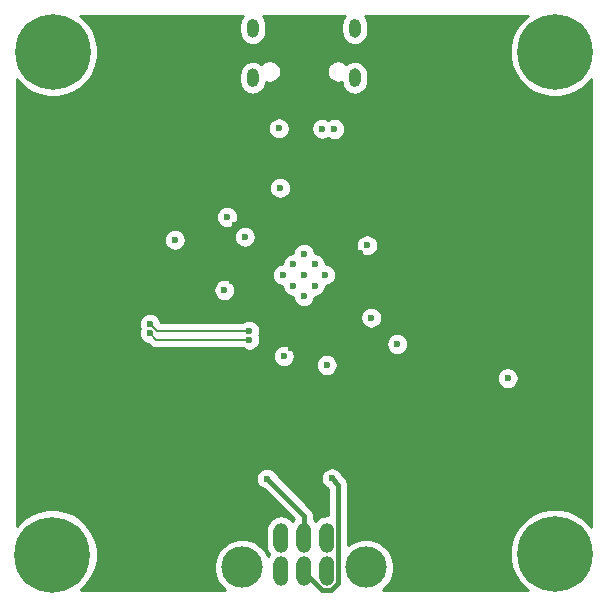
<source format=gbr>
%TF.GenerationSoftware,KiCad,Pcbnew,5.1.10*%
%TF.CreationDate,2021-06-16T23:26:04-06:00*%
%TF.ProjectId,cable-link,6361626c-652d-46c6-996e-6b2e6b696361,rev?*%
%TF.SameCoordinates,Original*%
%TF.FileFunction,Copper,L4,Bot*%
%TF.FilePolarity,Positive*%
%FSLAX46Y46*%
G04 Gerber Fmt 4.6, Leading zero omitted, Abs format (unit mm)*
G04 Created by KiCad (PCBNEW 5.1.10) date 2021-06-16 23:26:04*
%MOMM*%
%LPD*%
G01*
G04 APERTURE LIST*
%TA.AperFunction,ComponentPad*%
%ADD10C,0.800000*%
%TD*%
%TA.AperFunction,ComponentPad*%
%ADD11C,6.400000*%
%TD*%
%TA.AperFunction,ComponentPad*%
%ADD12O,1.270000X2.540000*%
%TD*%
%TA.AperFunction,ComponentPad*%
%ADD13C,3.500000*%
%TD*%
%TA.AperFunction,ComponentPad*%
%ADD14C,0.600000*%
%TD*%
%TA.AperFunction,ViaPad*%
%ADD15C,0.600000*%
%TD*%
%TA.AperFunction,Conductor*%
%ADD16C,0.400000*%
%TD*%
%TA.AperFunction,Conductor*%
%ADD17C,0.200000*%
%TD*%
%TA.AperFunction,Conductor*%
%ADD18C,0.254000*%
%TD*%
%TA.AperFunction,Conductor*%
%ADD19C,0.100000*%
%TD*%
G04 APERTURE END LIST*
D10*
%TO.P,H4,1*%
%TO.N,GND*%
X25394112Y-64605888D03*
X23697056Y-63902944D03*
X22000000Y-64605888D03*
X21297056Y-66302944D03*
X22000000Y-68000000D03*
X23697056Y-68702944D03*
X25394112Y-68000000D03*
X26097056Y-66302944D03*
D11*
X23697056Y-66302944D03*
%TD*%
D10*
%TO.P,H3,1*%
%TO.N,GND*%
X67947056Y-64552944D03*
X66250000Y-63850000D03*
X64552944Y-64552944D03*
X63850000Y-66250000D03*
X64552944Y-67947056D03*
X66250000Y-68650000D03*
X67947056Y-67947056D03*
X68650000Y-66250000D03*
D11*
X66250000Y-66250000D03*
%TD*%
D10*
%TO.P,H2,1*%
%TO.N,GND*%
X67947056Y-22052944D03*
X66250000Y-21350000D03*
X64552944Y-22052944D03*
X63850000Y-23750000D03*
X64552944Y-25447056D03*
X66250000Y-26150000D03*
X67947056Y-25447056D03*
X68650000Y-23750000D03*
D11*
X66250000Y-23750000D03*
%TD*%
D10*
%TO.P,H1,1*%
%TO.N,GND*%
X25447056Y-22052944D03*
X23750000Y-21350000D03*
X22052944Y-22052944D03*
X21350000Y-23750000D03*
X22052944Y-25447056D03*
X23750000Y-26150000D03*
X25447056Y-25447056D03*
X26150000Y-23750000D03*
D11*
X23750000Y-23750000D03*
%TD*%
D12*
%TO.P,J3,1*%
%TO.N,+5V*%
X46930000Y-64890000D03*
%TO.P,J3,3*%
%TO.N,/GB_SI*%
X45000000Y-64890000D03*
%TO.P,J3,5*%
%TO.N,/GB_SC*%
X43070000Y-64890000D03*
%TO.P,J3,2*%
%TO.N,/GB_SO*%
X46930000Y-67700000D03*
%TO.P,J3,4*%
%TO.N,/GB_SD*%
X45000000Y-67700000D03*
%TO.P,J3,6*%
%TO.N,GND*%
X43070000Y-67700000D03*
D13*
%TO.P,J3,8*%
X50250000Y-67395000D03*
%TO.P,J3,7*%
X39780000Y-67395000D03*
%TD*%
D14*
%TO.P,U2,57*%
%TO.N,GND*%
X43196878Y-42625000D03*
X44098439Y-41723439D03*
X45000000Y-40821878D03*
X44098439Y-43526561D03*
X45000000Y-42625000D03*
X45901561Y-41723439D03*
X45000000Y-44428122D03*
X45901561Y-43526561D03*
X46803122Y-42625000D03*
%TD*%
%TO.P,J1,S1*%
%TO.N,GND*%
%TA.AperFunction,ComponentPad*%
G36*
G01*
X49820000Y-25630001D02*
X49820000Y-26230001D01*
G75*
G02*
X49320000Y-26730001I-500000J0D01*
G01*
X49320000Y-26730001D01*
G75*
G02*
X48820000Y-26230001I0J500000D01*
G01*
X48820000Y-25630001D01*
G75*
G02*
X49320000Y-25130001I500000J0D01*
G01*
X49320000Y-25130001D01*
G75*
G02*
X49820000Y-25630001I0J-500000D01*
G01*
G37*
%TD.AperFunction*%
%TA.AperFunction,ComponentPad*%
G36*
G01*
X41180000Y-25630001D02*
X41180000Y-26230001D01*
G75*
G02*
X40680000Y-26730001I-500000J0D01*
G01*
X40680000Y-26730001D01*
G75*
G02*
X40180000Y-26230001I0J500000D01*
G01*
X40180000Y-25630001D01*
G75*
G02*
X40680000Y-25130001I500000J0D01*
G01*
X40680000Y-25130001D01*
G75*
G02*
X41180000Y-25630001I0J-500000D01*
G01*
G37*
%TD.AperFunction*%
%TA.AperFunction,ComponentPad*%
G36*
G01*
X41180000Y-21450001D02*
X41180000Y-22050001D01*
G75*
G02*
X40680000Y-22550001I-500000J0D01*
G01*
X40680000Y-22550001D01*
G75*
G02*
X40180000Y-22050001I0J500000D01*
G01*
X40180000Y-21450001D01*
G75*
G02*
X40680000Y-20950001I500000J0D01*
G01*
X40680000Y-20950001D01*
G75*
G02*
X41180000Y-21450001I0J-500000D01*
G01*
G37*
%TD.AperFunction*%
%TA.AperFunction,ComponentPad*%
G36*
G01*
X49820000Y-21450001D02*
X49820000Y-22050001D01*
G75*
G02*
X49320000Y-22550001I-500000J0D01*
G01*
X49320000Y-22550001D01*
G75*
G02*
X48820000Y-22050001I0J500000D01*
G01*
X48820000Y-21450001D01*
G75*
G02*
X49320000Y-20950001I500000J0D01*
G01*
X49320000Y-20950001D01*
G75*
G02*
X49820000Y-21450001I0J-500000D01*
G01*
G37*
%TD.AperFunction*%
%TD*%
D15*
%TO.N,GND*%
X42875000Y-30225000D03*
X46550000Y-30250000D03*
X42975000Y-35250000D03*
X38500000Y-37725000D03*
X34075000Y-39650000D03*
X38500000Y-37725000D03*
X43300000Y-49500000D03*
X38275000Y-43900000D03*
X46925000Y-50250000D03*
X52900000Y-48475000D03*
X50350000Y-40125000D03*
X50700000Y-46250000D03*
X62250000Y-51375000D03*
%TO.N,+3V3*%
X41750000Y-30225000D03*
X39175000Y-38400000D03*
X41175000Y-35250000D03*
X38875000Y-43175000D03*
X43900000Y-48800000D03*
X31950000Y-45275000D03*
X28950000Y-44150000D03*
X28975000Y-47900000D03*
X26950000Y-41175000D03*
X40025000Y-54325000D03*
X42150000Y-54325000D03*
X42150000Y-54325000D03*
X54775000Y-66225000D03*
X60025000Y-66225000D03*
X57000000Y-43000000D03*
X60000000Y-43000000D03*
X59000000Y-43000000D03*
X58000000Y-43000000D03*
X49750000Y-40750000D03*
X28550000Y-30575000D03*
X47025000Y-36325000D03*
%TO.N,+1V1*%
X40000000Y-39398624D03*
%TO.N,/VBUS*%
X47575000Y-30275000D03*
%TO.N,/GB_SI*%
X41875000Y-59875000D03*
%TO.N,/GB_SD*%
X47375000Y-59850000D03*
%TO.N,/I2C0_SDA*%
X40350000Y-47350000D03*
X31950000Y-46775000D03*
%TO.N,/I2C0_SCL*%
X40389419Y-48098965D03*
X31950000Y-47550000D03*
%TD*%
D16*
%TO.N,/GB_SI*%
X45000000Y-63000000D02*
X45000000Y-65490000D01*
X41875000Y-59875000D02*
X45000000Y-63000000D01*
%TO.N,/GB_SD*%
X45000000Y-67798014D02*
X45000000Y-67100000D01*
X46521996Y-69320010D02*
X45000000Y-67798014D01*
X47338004Y-69320010D02*
X46521996Y-69320010D01*
X47915010Y-60390010D02*
X47915010Y-68743004D01*
X47915010Y-68743004D02*
X47338004Y-69320010D01*
X47375000Y-59850000D02*
X47915010Y-60390010D01*
D17*
%TO.N,/I2C0_SDA*%
X40350000Y-47350000D02*
X32550000Y-47350000D01*
X31975000Y-46775000D02*
X31950000Y-46775000D01*
X32550000Y-47350000D02*
X31975000Y-46775000D01*
%TO.N,/I2C0_SCL*%
X32498965Y-48098965D02*
X40389419Y-48098965D01*
X31950000Y-47550000D02*
X32498965Y-48098965D01*
%TD*%
D18*
%TO.N,+3V3*%
X39733727Y-20817722D02*
X39628558Y-21014480D01*
X39563795Y-21227974D01*
X39541927Y-21450001D01*
X39541927Y-22050001D01*
X39563795Y-22272028D01*
X39628558Y-22485522D01*
X39733727Y-22682280D01*
X39875261Y-22854739D01*
X40047720Y-22996273D01*
X40244478Y-23101442D01*
X40457972Y-23166205D01*
X40679999Y-23188073D01*
X40680001Y-23188073D01*
X40902028Y-23166205D01*
X41115522Y-23101442D01*
X41312280Y-22996273D01*
X41484739Y-22854739D01*
X41626273Y-22682280D01*
X41731442Y-22485522D01*
X41796205Y-22272028D01*
X41818073Y-22050001D01*
X41818073Y-21450001D01*
X41796205Y-21227974D01*
X41731442Y-21014480D01*
X41626273Y-20817722D01*
X41517350Y-20685000D01*
X48482650Y-20685000D01*
X48373727Y-20817722D01*
X48268558Y-21014480D01*
X48203795Y-21227974D01*
X48181927Y-21450001D01*
X48181927Y-22050001D01*
X48203795Y-22272028D01*
X48268558Y-22485522D01*
X48373727Y-22682280D01*
X48515261Y-22854739D01*
X48687720Y-22996273D01*
X48884478Y-23101442D01*
X49097972Y-23166205D01*
X49319999Y-23188073D01*
X49320001Y-23188073D01*
X49542028Y-23166205D01*
X49755522Y-23101442D01*
X49952280Y-22996273D01*
X50124739Y-22854739D01*
X50266273Y-22682280D01*
X50371442Y-22485522D01*
X50436205Y-22272028D01*
X50458073Y-22050001D01*
X50458073Y-21450001D01*
X50436205Y-21227974D01*
X50371442Y-21014480D01*
X50266273Y-20817722D01*
X50157350Y-20685000D01*
X63934279Y-20685000D01*
X63805330Y-20771161D01*
X63271161Y-21305330D01*
X62851467Y-21933446D01*
X62562377Y-22631372D01*
X62415000Y-23372285D01*
X62415000Y-24127715D01*
X62562377Y-24868628D01*
X62851467Y-25566554D01*
X63271161Y-26194670D01*
X63805330Y-26728839D01*
X64433446Y-27148533D01*
X65131372Y-27437623D01*
X65872285Y-27585000D01*
X66627715Y-27585000D01*
X67368628Y-27437623D01*
X68066554Y-27148533D01*
X68694670Y-26728839D01*
X69228839Y-26194670D01*
X69315000Y-26065721D01*
X69315001Y-63934280D01*
X69228839Y-63805330D01*
X68694670Y-63271161D01*
X68066554Y-62851467D01*
X67368628Y-62562377D01*
X66627715Y-62415000D01*
X65872285Y-62415000D01*
X65131372Y-62562377D01*
X64433446Y-62851467D01*
X63805330Y-63271161D01*
X63271161Y-63805330D01*
X62851467Y-64433446D01*
X62562377Y-65131372D01*
X62415000Y-65872285D01*
X62415000Y-66627715D01*
X62562377Y-67368628D01*
X62851467Y-68066554D01*
X63271161Y-68694670D01*
X63805330Y-69228839D01*
X63934279Y-69315000D01*
X51669403Y-69315000D01*
X51770349Y-69247550D01*
X52102550Y-68915349D01*
X52363560Y-68524721D01*
X52543346Y-68090679D01*
X52635000Y-67629902D01*
X52635000Y-67160098D01*
X52543346Y-66699321D01*
X52363560Y-66265279D01*
X52102550Y-65874651D01*
X51770349Y-65542450D01*
X51379721Y-65281440D01*
X50945679Y-65101654D01*
X50484902Y-65010000D01*
X50015098Y-65010000D01*
X49554321Y-65101654D01*
X49120279Y-65281440D01*
X48750010Y-65528847D01*
X48750010Y-60431017D01*
X48754049Y-60390009D01*
X48750010Y-60349001D01*
X48750010Y-60348991D01*
X48737928Y-60226321D01*
X48690182Y-60068923D01*
X48612646Y-59923864D01*
X48508301Y-59796719D01*
X48476432Y-59770565D01*
X48267655Y-59561788D01*
X48203586Y-59407111D01*
X48101262Y-59253972D01*
X47971028Y-59123738D01*
X47817889Y-59021414D01*
X47647729Y-58950932D01*
X47467089Y-58915000D01*
X47282911Y-58915000D01*
X47102271Y-58950932D01*
X46932111Y-59021414D01*
X46778972Y-59123738D01*
X46648738Y-59253972D01*
X46546414Y-59407111D01*
X46475932Y-59577271D01*
X46440000Y-59757911D01*
X46440000Y-59942089D01*
X46475932Y-60122729D01*
X46546414Y-60292889D01*
X46648738Y-60446028D01*
X46778972Y-60576262D01*
X46932111Y-60678586D01*
X47080010Y-60739847D01*
X47080010Y-62993631D01*
X46930000Y-62978856D01*
X46681037Y-63003377D01*
X46441641Y-63075997D01*
X46221012Y-63193925D01*
X46027630Y-63352630D01*
X45965000Y-63428945D01*
X45902370Y-63352630D01*
X45835000Y-63297341D01*
X45835000Y-63041007D01*
X45839039Y-62999999D01*
X45835000Y-62958991D01*
X45835000Y-62958981D01*
X45822918Y-62836311D01*
X45775172Y-62678913D01*
X45697636Y-62533854D01*
X45593291Y-62406709D01*
X45561428Y-62380560D01*
X42767655Y-59586787D01*
X42703586Y-59432111D01*
X42601262Y-59278972D01*
X42471028Y-59148738D01*
X42317889Y-59046414D01*
X42147729Y-58975932D01*
X41967089Y-58940000D01*
X41782911Y-58940000D01*
X41602271Y-58975932D01*
X41432111Y-59046414D01*
X41278972Y-59148738D01*
X41148738Y-59278972D01*
X41046414Y-59432111D01*
X40975932Y-59602271D01*
X40940000Y-59782911D01*
X40940000Y-59967089D01*
X40975932Y-60147729D01*
X41046414Y-60317889D01*
X41148738Y-60471028D01*
X41278972Y-60601262D01*
X41432111Y-60703586D01*
X41586787Y-60767655D01*
X44138347Y-63319215D01*
X44097630Y-63352630D01*
X44035000Y-63428945D01*
X43972370Y-63352630D01*
X43778987Y-63193925D01*
X43558358Y-63075997D01*
X43318962Y-63003377D01*
X43070000Y-62978856D01*
X42821037Y-63003377D01*
X42581641Y-63075997D01*
X42361012Y-63193925D01*
X42167630Y-63352630D01*
X42008925Y-63546013D01*
X41890997Y-63766642D01*
X41818377Y-64006038D01*
X41800000Y-64192621D01*
X41800000Y-65587380D01*
X41818377Y-65773963D01*
X41890997Y-66013359D01*
X42008926Y-66233988D01*
X42058997Y-66295000D01*
X42008925Y-66356013D01*
X41965103Y-66437999D01*
X41893560Y-66265279D01*
X41632550Y-65874651D01*
X41300349Y-65542450D01*
X40909721Y-65281440D01*
X40475679Y-65101654D01*
X40014902Y-65010000D01*
X39545098Y-65010000D01*
X39084321Y-65101654D01*
X38650279Y-65281440D01*
X38259651Y-65542450D01*
X37927450Y-65874651D01*
X37666440Y-66265279D01*
X37486654Y-66699321D01*
X37395000Y-67160098D01*
X37395000Y-67629902D01*
X37486654Y-68090679D01*
X37666440Y-68524721D01*
X37927450Y-68915349D01*
X38259651Y-69247550D01*
X38360597Y-69315000D01*
X26092013Y-69315000D01*
X26141726Y-69281783D01*
X26675895Y-68747614D01*
X27095589Y-68119498D01*
X27384679Y-67421572D01*
X27532056Y-66680659D01*
X27532056Y-65925229D01*
X27384679Y-65184316D01*
X27095589Y-64486390D01*
X26675895Y-63858274D01*
X26141726Y-63324105D01*
X25513610Y-62904411D01*
X24815684Y-62615321D01*
X24074771Y-62467944D01*
X23319341Y-62467944D01*
X22578428Y-62615321D01*
X21880502Y-62904411D01*
X21252386Y-63324105D01*
X20718217Y-63858274D01*
X20685000Y-63907987D01*
X20685000Y-51282911D01*
X61315000Y-51282911D01*
X61315000Y-51467089D01*
X61350932Y-51647729D01*
X61421414Y-51817889D01*
X61523738Y-51971028D01*
X61653972Y-52101262D01*
X61807111Y-52203586D01*
X61977271Y-52274068D01*
X62157911Y-52310000D01*
X62342089Y-52310000D01*
X62522729Y-52274068D01*
X62692889Y-52203586D01*
X62846028Y-52101262D01*
X62976262Y-51971028D01*
X63078586Y-51817889D01*
X63149068Y-51647729D01*
X63185000Y-51467089D01*
X63185000Y-51282911D01*
X63149068Y-51102271D01*
X63078586Y-50932111D01*
X62976262Y-50778972D01*
X62846028Y-50648738D01*
X62692889Y-50546414D01*
X62522729Y-50475932D01*
X62342089Y-50440000D01*
X62157911Y-50440000D01*
X61977271Y-50475932D01*
X61807111Y-50546414D01*
X61653972Y-50648738D01*
X61523738Y-50778972D01*
X61421414Y-50932111D01*
X61350932Y-51102271D01*
X61315000Y-51282911D01*
X20685000Y-51282911D01*
X20685000Y-49407911D01*
X42365000Y-49407911D01*
X42365000Y-49592089D01*
X42400932Y-49772729D01*
X42471414Y-49942889D01*
X42573738Y-50096028D01*
X42703972Y-50226262D01*
X42857111Y-50328586D01*
X43027271Y-50399068D01*
X43207911Y-50435000D01*
X43392089Y-50435000D01*
X43572729Y-50399068D01*
X43742889Y-50328586D01*
X43896028Y-50226262D01*
X43964379Y-50157911D01*
X45990000Y-50157911D01*
X45990000Y-50342089D01*
X46025932Y-50522729D01*
X46096414Y-50692889D01*
X46198738Y-50846028D01*
X46328972Y-50976262D01*
X46482111Y-51078586D01*
X46652271Y-51149068D01*
X46832911Y-51185000D01*
X47017089Y-51185000D01*
X47197729Y-51149068D01*
X47367889Y-51078586D01*
X47521028Y-50976262D01*
X47651262Y-50846028D01*
X47753586Y-50692889D01*
X47824068Y-50522729D01*
X47860000Y-50342089D01*
X47860000Y-50157911D01*
X47824068Y-49977271D01*
X47753586Y-49807111D01*
X47651262Y-49653972D01*
X47521028Y-49523738D01*
X47367889Y-49421414D01*
X47197729Y-49350932D01*
X47017089Y-49315000D01*
X46832911Y-49315000D01*
X46652271Y-49350932D01*
X46482111Y-49421414D01*
X46328972Y-49523738D01*
X46198738Y-49653972D01*
X46096414Y-49807111D01*
X46025932Y-49977271D01*
X45990000Y-50157911D01*
X43964379Y-50157911D01*
X44026262Y-50096028D01*
X44128586Y-49942889D01*
X44199068Y-49772729D01*
X44235000Y-49592089D01*
X44235000Y-49407911D01*
X44199068Y-49227271D01*
X44128586Y-49057111D01*
X44026262Y-48903972D01*
X43896028Y-48773738D01*
X43742889Y-48671414D01*
X43572729Y-48600932D01*
X43392089Y-48565000D01*
X43207911Y-48565000D01*
X43027271Y-48600932D01*
X42857111Y-48671414D01*
X42703972Y-48773738D01*
X42573738Y-48903972D01*
X42471414Y-49057111D01*
X42400932Y-49227271D01*
X42365000Y-49407911D01*
X20685000Y-49407911D01*
X20685000Y-46682911D01*
X31015000Y-46682911D01*
X31015000Y-46867089D01*
X31050932Y-47047729D01*
X31098471Y-47162500D01*
X31050932Y-47277271D01*
X31015000Y-47457911D01*
X31015000Y-47642089D01*
X31050932Y-47822729D01*
X31121414Y-47992889D01*
X31223738Y-48146028D01*
X31353972Y-48276262D01*
X31507111Y-48378586D01*
X31677271Y-48449068D01*
X31842485Y-48481931D01*
X31953711Y-48593157D01*
X31976727Y-48621203D01*
X32004771Y-48644218D01*
X32088645Y-48713052D01*
X32216331Y-48781302D01*
X32354880Y-48823330D01*
X32498965Y-48837521D01*
X32535070Y-48833965D01*
X39806468Y-48833965D01*
X39946530Y-48927551D01*
X40116690Y-48998033D01*
X40297330Y-49033965D01*
X40481508Y-49033965D01*
X40662148Y-48998033D01*
X40832308Y-48927551D01*
X40985447Y-48825227D01*
X41115681Y-48694993D01*
X41218005Y-48541854D01*
X41283840Y-48382911D01*
X51965000Y-48382911D01*
X51965000Y-48567089D01*
X52000932Y-48747729D01*
X52071414Y-48917889D01*
X52173738Y-49071028D01*
X52303972Y-49201262D01*
X52457111Y-49303586D01*
X52627271Y-49374068D01*
X52807911Y-49410000D01*
X52992089Y-49410000D01*
X53172729Y-49374068D01*
X53342889Y-49303586D01*
X53496028Y-49201262D01*
X53626262Y-49071028D01*
X53728586Y-48917889D01*
X53799068Y-48747729D01*
X53835000Y-48567089D01*
X53835000Y-48382911D01*
X53799068Y-48202271D01*
X53728586Y-48032111D01*
X53626262Y-47878972D01*
X53496028Y-47748738D01*
X53342889Y-47646414D01*
X53172729Y-47575932D01*
X52992089Y-47540000D01*
X52807911Y-47540000D01*
X52627271Y-47575932D01*
X52457111Y-47646414D01*
X52303972Y-47748738D01*
X52173738Y-47878972D01*
X52071414Y-48032111D01*
X52000932Y-48202271D01*
X51965000Y-48382911D01*
X41283840Y-48382911D01*
X41288487Y-48371694D01*
X41324419Y-48191054D01*
X41324419Y-48006876D01*
X41288487Y-47826236D01*
X41226630Y-47676899D01*
X41249068Y-47622729D01*
X41285000Y-47442089D01*
X41285000Y-47257911D01*
X41249068Y-47077271D01*
X41178586Y-46907111D01*
X41076262Y-46753972D01*
X40946028Y-46623738D01*
X40792889Y-46521414D01*
X40622729Y-46450932D01*
X40442089Y-46415000D01*
X40257911Y-46415000D01*
X40077271Y-46450932D01*
X39907111Y-46521414D01*
X39767049Y-46615000D01*
X32871491Y-46615000D01*
X32849068Y-46502271D01*
X32778586Y-46332111D01*
X32676262Y-46178972D01*
X32655201Y-46157911D01*
X49765000Y-46157911D01*
X49765000Y-46342089D01*
X49800932Y-46522729D01*
X49871414Y-46692889D01*
X49973738Y-46846028D01*
X50103972Y-46976262D01*
X50257111Y-47078586D01*
X50427271Y-47149068D01*
X50607911Y-47185000D01*
X50792089Y-47185000D01*
X50972729Y-47149068D01*
X51142889Y-47078586D01*
X51296028Y-46976262D01*
X51426262Y-46846028D01*
X51528586Y-46692889D01*
X51599068Y-46522729D01*
X51635000Y-46342089D01*
X51635000Y-46157911D01*
X51599068Y-45977271D01*
X51528586Y-45807111D01*
X51426262Y-45653972D01*
X51296028Y-45523738D01*
X51142889Y-45421414D01*
X50972729Y-45350932D01*
X50792089Y-45315000D01*
X50607911Y-45315000D01*
X50427271Y-45350932D01*
X50257111Y-45421414D01*
X50103972Y-45523738D01*
X49973738Y-45653972D01*
X49871414Y-45807111D01*
X49800932Y-45977271D01*
X49765000Y-46157911D01*
X32655201Y-46157911D01*
X32546028Y-46048738D01*
X32392889Y-45946414D01*
X32222729Y-45875932D01*
X32042089Y-45840000D01*
X31857911Y-45840000D01*
X31677271Y-45875932D01*
X31507111Y-45946414D01*
X31353972Y-46048738D01*
X31223738Y-46178972D01*
X31121414Y-46332111D01*
X31050932Y-46502271D01*
X31015000Y-46682911D01*
X20685000Y-46682911D01*
X20685000Y-43807911D01*
X37340000Y-43807911D01*
X37340000Y-43992089D01*
X37375932Y-44172729D01*
X37446414Y-44342889D01*
X37548738Y-44496028D01*
X37678972Y-44626262D01*
X37832111Y-44728586D01*
X38002271Y-44799068D01*
X38182911Y-44835000D01*
X38367089Y-44835000D01*
X38547729Y-44799068D01*
X38717889Y-44728586D01*
X38871028Y-44626262D01*
X39001262Y-44496028D01*
X39103586Y-44342889D01*
X39174068Y-44172729D01*
X39210000Y-43992089D01*
X39210000Y-43807911D01*
X39174068Y-43627271D01*
X39103586Y-43457111D01*
X39001262Y-43303972D01*
X38871028Y-43173738D01*
X38717889Y-43071414D01*
X38547729Y-43000932D01*
X38367089Y-42965000D01*
X38182911Y-42965000D01*
X38002271Y-43000932D01*
X37832111Y-43071414D01*
X37678972Y-43173738D01*
X37548738Y-43303972D01*
X37446414Y-43457111D01*
X37375932Y-43627271D01*
X37340000Y-43807911D01*
X20685000Y-43807911D01*
X20685000Y-42532911D01*
X42261878Y-42532911D01*
X42261878Y-42717089D01*
X42297810Y-42897729D01*
X42368292Y-43067889D01*
X42470616Y-43221028D01*
X42600850Y-43351262D01*
X42753989Y-43453586D01*
X42924149Y-43524068D01*
X43104789Y-43560000D01*
X43163439Y-43560000D01*
X43163439Y-43618650D01*
X43199371Y-43799290D01*
X43269853Y-43969450D01*
X43372177Y-44122589D01*
X43502411Y-44252823D01*
X43655550Y-44355147D01*
X43825710Y-44425629D01*
X44006350Y-44461561D01*
X44065000Y-44461561D01*
X44065000Y-44520211D01*
X44100932Y-44700851D01*
X44171414Y-44871011D01*
X44273738Y-45024150D01*
X44403972Y-45154384D01*
X44557111Y-45256708D01*
X44727271Y-45327190D01*
X44907911Y-45363122D01*
X45092089Y-45363122D01*
X45272729Y-45327190D01*
X45442889Y-45256708D01*
X45596028Y-45154384D01*
X45726262Y-45024150D01*
X45828586Y-44871011D01*
X45899068Y-44700851D01*
X45935000Y-44520211D01*
X45935000Y-44461561D01*
X45993650Y-44461561D01*
X46174290Y-44425629D01*
X46344450Y-44355147D01*
X46497589Y-44252823D01*
X46627823Y-44122589D01*
X46730147Y-43969450D01*
X46800629Y-43799290D01*
X46836561Y-43618650D01*
X46836561Y-43560000D01*
X46895211Y-43560000D01*
X47075851Y-43524068D01*
X47246011Y-43453586D01*
X47399150Y-43351262D01*
X47529384Y-43221028D01*
X47631708Y-43067889D01*
X47702190Y-42897729D01*
X47738122Y-42717089D01*
X47738122Y-42532911D01*
X47702190Y-42352271D01*
X47631708Y-42182111D01*
X47529384Y-42028972D01*
X47399150Y-41898738D01*
X47246011Y-41796414D01*
X47075851Y-41725932D01*
X46895211Y-41690000D01*
X46836561Y-41690000D01*
X46836561Y-41631350D01*
X46800629Y-41450710D01*
X46730147Y-41280550D01*
X46627823Y-41127411D01*
X46497589Y-40997177D01*
X46344450Y-40894853D01*
X46174290Y-40824371D01*
X45993650Y-40788439D01*
X45935000Y-40788439D01*
X45935000Y-40729789D01*
X45899068Y-40549149D01*
X45828586Y-40378989D01*
X45726262Y-40225850D01*
X45596028Y-40095616D01*
X45502184Y-40032911D01*
X49415000Y-40032911D01*
X49415000Y-40217089D01*
X49450932Y-40397729D01*
X49521414Y-40567889D01*
X49623738Y-40721028D01*
X49753972Y-40851262D01*
X49907111Y-40953586D01*
X50077271Y-41024068D01*
X50257911Y-41060000D01*
X50442089Y-41060000D01*
X50622729Y-41024068D01*
X50792889Y-40953586D01*
X50946028Y-40851262D01*
X51076262Y-40721028D01*
X51178586Y-40567889D01*
X51249068Y-40397729D01*
X51285000Y-40217089D01*
X51285000Y-40032911D01*
X51249068Y-39852271D01*
X51178586Y-39682111D01*
X51076262Y-39528972D01*
X50946028Y-39398738D01*
X50792889Y-39296414D01*
X50622729Y-39225932D01*
X50442089Y-39190000D01*
X50257911Y-39190000D01*
X50077271Y-39225932D01*
X49907111Y-39296414D01*
X49753972Y-39398738D01*
X49623738Y-39528972D01*
X49521414Y-39682111D01*
X49450932Y-39852271D01*
X49415000Y-40032911D01*
X45502184Y-40032911D01*
X45442889Y-39993292D01*
X45272729Y-39922810D01*
X45092089Y-39886878D01*
X44907911Y-39886878D01*
X44727271Y-39922810D01*
X44557111Y-39993292D01*
X44403972Y-40095616D01*
X44273738Y-40225850D01*
X44171414Y-40378989D01*
X44100932Y-40549149D01*
X44065000Y-40729789D01*
X44065000Y-40788439D01*
X44006350Y-40788439D01*
X43825710Y-40824371D01*
X43655550Y-40894853D01*
X43502411Y-40997177D01*
X43372177Y-41127411D01*
X43269853Y-41280550D01*
X43199371Y-41450710D01*
X43163439Y-41631350D01*
X43163439Y-41690000D01*
X43104789Y-41690000D01*
X42924149Y-41725932D01*
X42753989Y-41796414D01*
X42600850Y-41898738D01*
X42470616Y-42028972D01*
X42368292Y-42182111D01*
X42297810Y-42352271D01*
X42261878Y-42532911D01*
X20685000Y-42532911D01*
X20685000Y-39557911D01*
X33140000Y-39557911D01*
X33140000Y-39742089D01*
X33175932Y-39922729D01*
X33246414Y-40092889D01*
X33348738Y-40246028D01*
X33478972Y-40376262D01*
X33632111Y-40478586D01*
X33802271Y-40549068D01*
X33982911Y-40585000D01*
X34167089Y-40585000D01*
X34347729Y-40549068D01*
X34517889Y-40478586D01*
X34671028Y-40376262D01*
X34801262Y-40246028D01*
X34903586Y-40092889D01*
X34974068Y-39922729D01*
X35010000Y-39742089D01*
X35010000Y-39557911D01*
X34974068Y-39377271D01*
X34944769Y-39306535D01*
X39065000Y-39306535D01*
X39065000Y-39490713D01*
X39100932Y-39671353D01*
X39171414Y-39841513D01*
X39273738Y-39994652D01*
X39403972Y-40124886D01*
X39557111Y-40227210D01*
X39727271Y-40297692D01*
X39907911Y-40333624D01*
X40092089Y-40333624D01*
X40272729Y-40297692D01*
X40442889Y-40227210D01*
X40596028Y-40124886D01*
X40726262Y-39994652D01*
X40828586Y-39841513D01*
X40899068Y-39671353D01*
X40935000Y-39490713D01*
X40935000Y-39306535D01*
X40899068Y-39125895D01*
X40828586Y-38955735D01*
X40726262Y-38802596D01*
X40596028Y-38672362D01*
X40442889Y-38570038D01*
X40272729Y-38499556D01*
X40092089Y-38463624D01*
X39907911Y-38463624D01*
X39727271Y-38499556D01*
X39557111Y-38570038D01*
X39403972Y-38672362D01*
X39273738Y-38802596D01*
X39171414Y-38955735D01*
X39100932Y-39125895D01*
X39065000Y-39306535D01*
X34944769Y-39306535D01*
X34903586Y-39207111D01*
X34801262Y-39053972D01*
X34671028Y-38923738D01*
X34517889Y-38821414D01*
X34347729Y-38750932D01*
X34167089Y-38715000D01*
X33982911Y-38715000D01*
X33802271Y-38750932D01*
X33632111Y-38821414D01*
X33478972Y-38923738D01*
X33348738Y-39053972D01*
X33246414Y-39207111D01*
X33175932Y-39377271D01*
X33140000Y-39557911D01*
X20685000Y-39557911D01*
X20685000Y-37632911D01*
X37565000Y-37632911D01*
X37565000Y-37817089D01*
X37600932Y-37997729D01*
X37671414Y-38167889D01*
X37773738Y-38321028D01*
X37903972Y-38451262D01*
X38057111Y-38553586D01*
X38227271Y-38624068D01*
X38407911Y-38660000D01*
X38592089Y-38660000D01*
X38772729Y-38624068D01*
X38942889Y-38553586D01*
X39096028Y-38451262D01*
X39226262Y-38321028D01*
X39328586Y-38167889D01*
X39399068Y-37997729D01*
X39435000Y-37817089D01*
X39435000Y-37632911D01*
X39399068Y-37452271D01*
X39328586Y-37282111D01*
X39226262Y-37128972D01*
X39096028Y-36998738D01*
X38942889Y-36896414D01*
X38772729Y-36825932D01*
X38592089Y-36790000D01*
X38407911Y-36790000D01*
X38227271Y-36825932D01*
X38057111Y-36896414D01*
X37903972Y-36998738D01*
X37773738Y-37128972D01*
X37671414Y-37282111D01*
X37600932Y-37452271D01*
X37565000Y-37632911D01*
X20685000Y-37632911D01*
X20685000Y-35157911D01*
X42040000Y-35157911D01*
X42040000Y-35342089D01*
X42075932Y-35522729D01*
X42146414Y-35692889D01*
X42248738Y-35846028D01*
X42378972Y-35976262D01*
X42532111Y-36078586D01*
X42702271Y-36149068D01*
X42882911Y-36185000D01*
X43067089Y-36185000D01*
X43247729Y-36149068D01*
X43417889Y-36078586D01*
X43571028Y-35976262D01*
X43701262Y-35846028D01*
X43803586Y-35692889D01*
X43874068Y-35522729D01*
X43910000Y-35342089D01*
X43910000Y-35157911D01*
X43874068Y-34977271D01*
X43803586Y-34807111D01*
X43701262Y-34653972D01*
X43571028Y-34523738D01*
X43417889Y-34421414D01*
X43247729Y-34350932D01*
X43067089Y-34315000D01*
X42882911Y-34315000D01*
X42702271Y-34350932D01*
X42532111Y-34421414D01*
X42378972Y-34523738D01*
X42248738Y-34653972D01*
X42146414Y-34807111D01*
X42075932Y-34977271D01*
X42040000Y-35157911D01*
X20685000Y-35157911D01*
X20685000Y-30132911D01*
X41940000Y-30132911D01*
X41940000Y-30317089D01*
X41975932Y-30497729D01*
X42046414Y-30667889D01*
X42148738Y-30821028D01*
X42278972Y-30951262D01*
X42432111Y-31053586D01*
X42602271Y-31124068D01*
X42782911Y-31160000D01*
X42967089Y-31160000D01*
X43147729Y-31124068D01*
X43317889Y-31053586D01*
X43471028Y-30951262D01*
X43601262Y-30821028D01*
X43703586Y-30667889D01*
X43774068Y-30497729D01*
X43810000Y-30317089D01*
X43810000Y-30157911D01*
X45615000Y-30157911D01*
X45615000Y-30342089D01*
X45650932Y-30522729D01*
X45721414Y-30692889D01*
X45823738Y-30846028D01*
X45953972Y-30976262D01*
X46107111Y-31078586D01*
X46277271Y-31149068D01*
X46457911Y-31185000D01*
X46642089Y-31185000D01*
X46822729Y-31149068D01*
X46992889Y-31078586D01*
X47043792Y-31044574D01*
X47132111Y-31103586D01*
X47302271Y-31174068D01*
X47482911Y-31210000D01*
X47667089Y-31210000D01*
X47847729Y-31174068D01*
X48017889Y-31103586D01*
X48171028Y-31001262D01*
X48301262Y-30871028D01*
X48403586Y-30717889D01*
X48474068Y-30547729D01*
X48510000Y-30367089D01*
X48510000Y-30182911D01*
X48474068Y-30002271D01*
X48403586Y-29832111D01*
X48301262Y-29678972D01*
X48171028Y-29548738D01*
X48017889Y-29446414D01*
X47847729Y-29375932D01*
X47667089Y-29340000D01*
X47482911Y-29340000D01*
X47302271Y-29375932D01*
X47132111Y-29446414D01*
X47081208Y-29480426D01*
X46992889Y-29421414D01*
X46822729Y-29350932D01*
X46642089Y-29315000D01*
X46457911Y-29315000D01*
X46277271Y-29350932D01*
X46107111Y-29421414D01*
X45953972Y-29523738D01*
X45823738Y-29653972D01*
X45721414Y-29807111D01*
X45650932Y-29977271D01*
X45615000Y-30157911D01*
X43810000Y-30157911D01*
X43810000Y-30132911D01*
X43774068Y-29952271D01*
X43703586Y-29782111D01*
X43601262Y-29628972D01*
X43471028Y-29498738D01*
X43317889Y-29396414D01*
X43147729Y-29325932D01*
X42967089Y-29290000D01*
X42782911Y-29290000D01*
X42602271Y-29325932D01*
X42432111Y-29396414D01*
X42278972Y-29498738D01*
X42148738Y-29628972D01*
X42046414Y-29782111D01*
X41975932Y-29952271D01*
X41940000Y-30132911D01*
X20685000Y-30132911D01*
X20685000Y-26065721D01*
X20771161Y-26194670D01*
X21305330Y-26728839D01*
X21933446Y-27148533D01*
X22631372Y-27437623D01*
X23372285Y-27585000D01*
X24127715Y-27585000D01*
X24868628Y-27437623D01*
X25566554Y-27148533D01*
X26194670Y-26728839D01*
X26728839Y-26194670D01*
X27106139Y-25630001D01*
X39541927Y-25630001D01*
X39541927Y-26230001D01*
X39563795Y-26452028D01*
X39628558Y-26665522D01*
X39733727Y-26862280D01*
X39875261Y-27034739D01*
X40047720Y-27176273D01*
X40244478Y-27281442D01*
X40457972Y-27346205D01*
X40679999Y-27368073D01*
X40680001Y-27368073D01*
X40902028Y-27346205D01*
X41115522Y-27281442D01*
X41312280Y-27176273D01*
X41484739Y-27034739D01*
X41626273Y-26862280D01*
X41731442Y-26665522D01*
X41796205Y-26452028D01*
X41809337Y-26318701D01*
X41819978Y-26323109D01*
X42005448Y-26360001D01*
X42194552Y-26360001D01*
X42380022Y-26323109D01*
X42554731Y-26250742D01*
X42711964Y-26145682D01*
X42845681Y-26011965D01*
X42950741Y-25854732D01*
X43023108Y-25680023D01*
X43060000Y-25494553D01*
X43060000Y-25305449D01*
X46940000Y-25305449D01*
X46940000Y-25494553D01*
X46976892Y-25680023D01*
X47049259Y-25854732D01*
X47154319Y-26011965D01*
X47288036Y-26145682D01*
X47445269Y-26250742D01*
X47619978Y-26323109D01*
X47805448Y-26360001D01*
X47994552Y-26360001D01*
X48180022Y-26323109D01*
X48190663Y-26318701D01*
X48203795Y-26452028D01*
X48268558Y-26665522D01*
X48373727Y-26862280D01*
X48515261Y-27034739D01*
X48687720Y-27176273D01*
X48884478Y-27281442D01*
X49097972Y-27346205D01*
X49319999Y-27368073D01*
X49320001Y-27368073D01*
X49542028Y-27346205D01*
X49755522Y-27281442D01*
X49952280Y-27176273D01*
X50124739Y-27034739D01*
X50266273Y-26862280D01*
X50371442Y-26665522D01*
X50436205Y-26452028D01*
X50458073Y-26230001D01*
X50458073Y-25630001D01*
X50436205Y-25407974D01*
X50371442Y-25194480D01*
X50266273Y-24997722D01*
X50124739Y-24825263D01*
X49952280Y-24683729D01*
X49755522Y-24578560D01*
X49542028Y-24513797D01*
X49320001Y-24491929D01*
X49319999Y-24491929D01*
X49097972Y-24513797D01*
X48884478Y-24578560D01*
X48687720Y-24683729D01*
X48607340Y-24749696D01*
X48511964Y-24654320D01*
X48354731Y-24549260D01*
X48180022Y-24476893D01*
X47994552Y-24440001D01*
X47805448Y-24440001D01*
X47619978Y-24476893D01*
X47445269Y-24549260D01*
X47288036Y-24654320D01*
X47154319Y-24788037D01*
X47049259Y-24945270D01*
X46976892Y-25119979D01*
X46940000Y-25305449D01*
X43060000Y-25305449D01*
X43023108Y-25119979D01*
X42950741Y-24945270D01*
X42845681Y-24788037D01*
X42711964Y-24654320D01*
X42554731Y-24549260D01*
X42380022Y-24476893D01*
X42194552Y-24440001D01*
X42005448Y-24440001D01*
X41819978Y-24476893D01*
X41645269Y-24549260D01*
X41488036Y-24654320D01*
X41392660Y-24749696D01*
X41312280Y-24683729D01*
X41115522Y-24578560D01*
X40902028Y-24513797D01*
X40680001Y-24491929D01*
X40679999Y-24491929D01*
X40457972Y-24513797D01*
X40244478Y-24578560D01*
X40047720Y-24683729D01*
X39875261Y-24825263D01*
X39733727Y-24997722D01*
X39628558Y-25194480D01*
X39563795Y-25407974D01*
X39541927Y-25630001D01*
X27106139Y-25630001D01*
X27148533Y-25566554D01*
X27437623Y-24868628D01*
X27585000Y-24127715D01*
X27585000Y-23372285D01*
X27437623Y-22631372D01*
X27148533Y-21933446D01*
X26728839Y-21305330D01*
X26194670Y-20771161D01*
X26065721Y-20685000D01*
X39842650Y-20685000D01*
X39733727Y-20817722D01*
%TA.AperFunction,Conductor*%
D19*
G36*
X39733727Y-20817722D02*
G01*
X39628558Y-21014480D01*
X39563795Y-21227974D01*
X39541927Y-21450001D01*
X39541927Y-22050001D01*
X39563795Y-22272028D01*
X39628558Y-22485522D01*
X39733727Y-22682280D01*
X39875261Y-22854739D01*
X40047720Y-22996273D01*
X40244478Y-23101442D01*
X40457972Y-23166205D01*
X40679999Y-23188073D01*
X40680001Y-23188073D01*
X40902028Y-23166205D01*
X41115522Y-23101442D01*
X41312280Y-22996273D01*
X41484739Y-22854739D01*
X41626273Y-22682280D01*
X41731442Y-22485522D01*
X41796205Y-22272028D01*
X41818073Y-22050001D01*
X41818073Y-21450001D01*
X41796205Y-21227974D01*
X41731442Y-21014480D01*
X41626273Y-20817722D01*
X41517350Y-20685000D01*
X48482650Y-20685000D01*
X48373727Y-20817722D01*
X48268558Y-21014480D01*
X48203795Y-21227974D01*
X48181927Y-21450001D01*
X48181927Y-22050001D01*
X48203795Y-22272028D01*
X48268558Y-22485522D01*
X48373727Y-22682280D01*
X48515261Y-22854739D01*
X48687720Y-22996273D01*
X48884478Y-23101442D01*
X49097972Y-23166205D01*
X49319999Y-23188073D01*
X49320001Y-23188073D01*
X49542028Y-23166205D01*
X49755522Y-23101442D01*
X49952280Y-22996273D01*
X50124739Y-22854739D01*
X50266273Y-22682280D01*
X50371442Y-22485522D01*
X50436205Y-22272028D01*
X50458073Y-22050001D01*
X50458073Y-21450001D01*
X50436205Y-21227974D01*
X50371442Y-21014480D01*
X50266273Y-20817722D01*
X50157350Y-20685000D01*
X63934279Y-20685000D01*
X63805330Y-20771161D01*
X63271161Y-21305330D01*
X62851467Y-21933446D01*
X62562377Y-22631372D01*
X62415000Y-23372285D01*
X62415000Y-24127715D01*
X62562377Y-24868628D01*
X62851467Y-25566554D01*
X63271161Y-26194670D01*
X63805330Y-26728839D01*
X64433446Y-27148533D01*
X65131372Y-27437623D01*
X65872285Y-27585000D01*
X66627715Y-27585000D01*
X67368628Y-27437623D01*
X68066554Y-27148533D01*
X68694670Y-26728839D01*
X69228839Y-26194670D01*
X69315000Y-26065721D01*
X69315001Y-63934280D01*
X69228839Y-63805330D01*
X68694670Y-63271161D01*
X68066554Y-62851467D01*
X67368628Y-62562377D01*
X66627715Y-62415000D01*
X65872285Y-62415000D01*
X65131372Y-62562377D01*
X64433446Y-62851467D01*
X63805330Y-63271161D01*
X63271161Y-63805330D01*
X62851467Y-64433446D01*
X62562377Y-65131372D01*
X62415000Y-65872285D01*
X62415000Y-66627715D01*
X62562377Y-67368628D01*
X62851467Y-68066554D01*
X63271161Y-68694670D01*
X63805330Y-69228839D01*
X63934279Y-69315000D01*
X51669403Y-69315000D01*
X51770349Y-69247550D01*
X52102550Y-68915349D01*
X52363560Y-68524721D01*
X52543346Y-68090679D01*
X52635000Y-67629902D01*
X52635000Y-67160098D01*
X52543346Y-66699321D01*
X52363560Y-66265279D01*
X52102550Y-65874651D01*
X51770349Y-65542450D01*
X51379721Y-65281440D01*
X50945679Y-65101654D01*
X50484902Y-65010000D01*
X50015098Y-65010000D01*
X49554321Y-65101654D01*
X49120279Y-65281440D01*
X48750010Y-65528847D01*
X48750010Y-60431017D01*
X48754049Y-60390009D01*
X48750010Y-60349001D01*
X48750010Y-60348991D01*
X48737928Y-60226321D01*
X48690182Y-60068923D01*
X48612646Y-59923864D01*
X48508301Y-59796719D01*
X48476432Y-59770565D01*
X48267655Y-59561788D01*
X48203586Y-59407111D01*
X48101262Y-59253972D01*
X47971028Y-59123738D01*
X47817889Y-59021414D01*
X47647729Y-58950932D01*
X47467089Y-58915000D01*
X47282911Y-58915000D01*
X47102271Y-58950932D01*
X46932111Y-59021414D01*
X46778972Y-59123738D01*
X46648738Y-59253972D01*
X46546414Y-59407111D01*
X46475932Y-59577271D01*
X46440000Y-59757911D01*
X46440000Y-59942089D01*
X46475932Y-60122729D01*
X46546414Y-60292889D01*
X46648738Y-60446028D01*
X46778972Y-60576262D01*
X46932111Y-60678586D01*
X47080010Y-60739847D01*
X47080010Y-62993631D01*
X46930000Y-62978856D01*
X46681037Y-63003377D01*
X46441641Y-63075997D01*
X46221012Y-63193925D01*
X46027630Y-63352630D01*
X45965000Y-63428945D01*
X45902370Y-63352630D01*
X45835000Y-63297341D01*
X45835000Y-63041007D01*
X45839039Y-62999999D01*
X45835000Y-62958991D01*
X45835000Y-62958981D01*
X45822918Y-62836311D01*
X45775172Y-62678913D01*
X45697636Y-62533854D01*
X45593291Y-62406709D01*
X45561428Y-62380560D01*
X42767655Y-59586787D01*
X42703586Y-59432111D01*
X42601262Y-59278972D01*
X42471028Y-59148738D01*
X42317889Y-59046414D01*
X42147729Y-58975932D01*
X41967089Y-58940000D01*
X41782911Y-58940000D01*
X41602271Y-58975932D01*
X41432111Y-59046414D01*
X41278972Y-59148738D01*
X41148738Y-59278972D01*
X41046414Y-59432111D01*
X40975932Y-59602271D01*
X40940000Y-59782911D01*
X40940000Y-59967089D01*
X40975932Y-60147729D01*
X41046414Y-60317889D01*
X41148738Y-60471028D01*
X41278972Y-60601262D01*
X41432111Y-60703586D01*
X41586787Y-60767655D01*
X44138347Y-63319215D01*
X44097630Y-63352630D01*
X44035000Y-63428945D01*
X43972370Y-63352630D01*
X43778987Y-63193925D01*
X43558358Y-63075997D01*
X43318962Y-63003377D01*
X43070000Y-62978856D01*
X42821037Y-63003377D01*
X42581641Y-63075997D01*
X42361012Y-63193925D01*
X42167630Y-63352630D01*
X42008925Y-63546013D01*
X41890997Y-63766642D01*
X41818377Y-64006038D01*
X41800000Y-64192621D01*
X41800000Y-65587380D01*
X41818377Y-65773963D01*
X41890997Y-66013359D01*
X42008926Y-66233988D01*
X42058997Y-66295000D01*
X42008925Y-66356013D01*
X41965103Y-66437999D01*
X41893560Y-66265279D01*
X41632550Y-65874651D01*
X41300349Y-65542450D01*
X40909721Y-65281440D01*
X40475679Y-65101654D01*
X40014902Y-65010000D01*
X39545098Y-65010000D01*
X39084321Y-65101654D01*
X38650279Y-65281440D01*
X38259651Y-65542450D01*
X37927450Y-65874651D01*
X37666440Y-66265279D01*
X37486654Y-66699321D01*
X37395000Y-67160098D01*
X37395000Y-67629902D01*
X37486654Y-68090679D01*
X37666440Y-68524721D01*
X37927450Y-68915349D01*
X38259651Y-69247550D01*
X38360597Y-69315000D01*
X26092013Y-69315000D01*
X26141726Y-69281783D01*
X26675895Y-68747614D01*
X27095589Y-68119498D01*
X27384679Y-67421572D01*
X27532056Y-66680659D01*
X27532056Y-65925229D01*
X27384679Y-65184316D01*
X27095589Y-64486390D01*
X26675895Y-63858274D01*
X26141726Y-63324105D01*
X25513610Y-62904411D01*
X24815684Y-62615321D01*
X24074771Y-62467944D01*
X23319341Y-62467944D01*
X22578428Y-62615321D01*
X21880502Y-62904411D01*
X21252386Y-63324105D01*
X20718217Y-63858274D01*
X20685000Y-63907987D01*
X20685000Y-51282911D01*
X61315000Y-51282911D01*
X61315000Y-51467089D01*
X61350932Y-51647729D01*
X61421414Y-51817889D01*
X61523738Y-51971028D01*
X61653972Y-52101262D01*
X61807111Y-52203586D01*
X61977271Y-52274068D01*
X62157911Y-52310000D01*
X62342089Y-52310000D01*
X62522729Y-52274068D01*
X62692889Y-52203586D01*
X62846028Y-52101262D01*
X62976262Y-51971028D01*
X63078586Y-51817889D01*
X63149068Y-51647729D01*
X63185000Y-51467089D01*
X63185000Y-51282911D01*
X63149068Y-51102271D01*
X63078586Y-50932111D01*
X62976262Y-50778972D01*
X62846028Y-50648738D01*
X62692889Y-50546414D01*
X62522729Y-50475932D01*
X62342089Y-50440000D01*
X62157911Y-50440000D01*
X61977271Y-50475932D01*
X61807111Y-50546414D01*
X61653972Y-50648738D01*
X61523738Y-50778972D01*
X61421414Y-50932111D01*
X61350932Y-51102271D01*
X61315000Y-51282911D01*
X20685000Y-51282911D01*
X20685000Y-49407911D01*
X42365000Y-49407911D01*
X42365000Y-49592089D01*
X42400932Y-49772729D01*
X42471414Y-49942889D01*
X42573738Y-50096028D01*
X42703972Y-50226262D01*
X42857111Y-50328586D01*
X43027271Y-50399068D01*
X43207911Y-50435000D01*
X43392089Y-50435000D01*
X43572729Y-50399068D01*
X43742889Y-50328586D01*
X43896028Y-50226262D01*
X43964379Y-50157911D01*
X45990000Y-50157911D01*
X45990000Y-50342089D01*
X46025932Y-50522729D01*
X46096414Y-50692889D01*
X46198738Y-50846028D01*
X46328972Y-50976262D01*
X46482111Y-51078586D01*
X46652271Y-51149068D01*
X46832911Y-51185000D01*
X47017089Y-51185000D01*
X47197729Y-51149068D01*
X47367889Y-51078586D01*
X47521028Y-50976262D01*
X47651262Y-50846028D01*
X47753586Y-50692889D01*
X47824068Y-50522729D01*
X47860000Y-50342089D01*
X47860000Y-50157911D01*
X47824068Y-49977271D01*
X47753586Y-49807111D01*
X47651262Y-49653972D01*
X47521028Y-49523738D01*
X47367889Y-49421414D01*
X47197729Y-49350932D01*
X47017089Y-49315000D01*
X46832911Y-49315000D01*
X46652271Y-49350932D01*
X46482111Y-49421414D01*
X46328972Y-49523738D01*
X46198738Y-49653972D01*
X46096414Y-49807111D01*
X46025932Y-49977271D01*
X45990000Y-50157911D01*
X43964379Y-50157911D01*
X44026262Y-50096028D01*
X44128586Y-49942889D01*
X44199068Y-49772729D01*
X44235000Y-49592089D01*
X44235000Y-49407911D01*
X44199068Y-49227271D01*
X44128586Y-49057111D01*
X44026262Y-48903972D01*
X43896028Y-48773738D01*
X43742889Y-48671414D01*
X43572729Y-48600932D01*
X43392089Y-48565000D01*
X43207911Y-48565000D01*
X43027271Y-48600932D01*
X42857111Y-48671414D01*
X42703972Y-48773738D01*
X42573738Y-48903972D01*
X42471414Y-49057111D01*
X42400932Y-49227271D01*
X42365000Y-49407911D01*
X20685000Y-49407911D01*
X20685000Y-46682911D01*
X31015000Y-46682911D01*
X31015000Y-46867089D01*
X31050932Y-47047729D01*
X31098471Y-47162500D01*
X31050932Y-47277271D01*
X31015000Y-47457911D01*
X31015000Y-47642089D01*
X31050932Y-47822729D01*
X31121414Y-47992889D01*
X31223738Y-48146028D01*
X31353972Y-48276262D01*
X31507111Y-48378586D01*
X31677271Y-48449068D01*
X31842485Y-48481931D01*
X31953711Y-48593157D01*
X31976727Y-48621203D01*
X32004771Y-48644218D01*
X32088645Y-48713052D01*
X32216331Y-48781302D01*
X32354880Y-48823330D01*
X32498965Y-48837521D01*
X32535070Y-48833965D01*
X39806468Y-48833965D01*
X39946530Y-48927551D01*
X40116690Y-48998033D01*
X40297330Y-49033965D01*
X40481508Y-49033965D01*
X40662148Y-48998033D01*
X40832308Y-48927551D01*
X40985447Y-48825227D01*
X41115681Y-48694993D01*
X41218005Y-48541854D01*
X41283840Y-48382911D01*
X51965000Y-48382911D01*
X51965000Y-48567089D01*
X52000932Y-48747729D01*
X52071414Y-48917889D01*
X52173738Y-49071028D01*
X52303972Y-49201262D01*
X52457111Y-49303586D01*
X52627271Y-49374068D01*
X52807911Y-49410000D01*
X52992089Y-49410000D01*
X53172729Y-49374068D01*
X53342889Y-49303586D01*
X53496028Y-49201262D01*
X53626262Y-49071028D01*
X53728586Y-48917889D01*
X53799068Y-48747729D01*
X53835000Y-48567089D01*
X53835000Y-48382911D01*
X53799068Y-48202271D01*
X53728586Y-48032111D01*
X53626262Y-47878972D01*
X53496028Y-47748738D01*
X53342889Y-47646414D01*
X53172729Y-47575932D01*
X52992089Y-47540000D01*
X52807911Y-47540000D01*
X52627271Y-47575932D01*
X52457111Y-47646414D01*
X52303972Y-47748738D01*
X52173738Y-47878972D01*
X52071414Y-48032111D01*
X52000932Y-48202271D01*
X51965000Y-48382911D01*
X41283840Y-48382911D01*
X41288487Y-48371694D01*
X41324419Y-48191054D01*
X41324419Y-48006876D01*
X41288487Y-47826236D01*
X41226630Y-47676899D01*
X41249068Y-47622729D01*
X41285000Y-47442089D01*
X41285000Y-47257911D01*
X41249068Y-47077271D01*
X41178586Y-46907111D01*
X41076262Y-46753972D01*
X40946028Y-46623738D01*
X40792889Y-46521414D01*
X40622729Y-46450932D01*
X40442089Y-46415000D01*
X40257911Y-46415000D01*
X40077271Y-46450932D01*
X39907111Y-46521414D01*
X39767049Y-46615000D01*
X32871491Y-46615000D01*
X32849068Y-46502271D01*
X32778586Y-46332111D01*
X32676262Y-46178972D01*
X32655201Y-46157911D01*
X49765000Y-46157911D01*
X49765000Y-46342089D01*
X49800932Y-46522729D01*
X49871414Y-46692889D01*
X49973738Y-46846028D01*
X50103972Y-46976262D01*
X50257111Y-47078586D01*
X50427271Y-47149068D01*
X50607911Y-47185000D01*
X50792089Y-47185000D01*
X50972729Y-47149068D01*
X51142889Y-47078586D01*
X51296028Y-46976262D01*
X51426262Y-46846028D01*
X51528586Y-46692889D01*
X51599068Y-46522729D01*
X51635000Y-46342089D01*
X51635000Y-46157911D01*
X51599068Y-45977271D01*
X51528586Y-45807111D01*
X51426262Y-45653972D01*
X51296028Y-45523738D01*
X51142889Y-45421414D01*
X50972729Y-45350932D01*
X50792089Y-45315000D01*
X50607911Y-45315000D01*
X50427271Y-45350932D01*
X50257111Y-45421414D01*
X50103972Y-45523738D01*
X49973738Y-45653972D01*
X49871414Y-45807111D01*
X49800932Y-45977271D01*
X49765000Y-46157911D01*
X32655201Y-46157911D01*
X32546028Y-46048738D01*
X32392889Y-45946414D01*
X32222729Y-45875932D01*
X32042089Y-45840000D01*
X31857911Y-45840000D01*
X31677271Y-45875932D01*
X31507111Y-45946414D01*
X31353972Y-46048738D01*
X31223738Y-46178972D01*
X31121414Y-46332111D01*
X31050932Y-46502271D01*
X31015000Y-46682911D01*
X20685000Y-46682911D01*
X20685000Y-43807911D01*
X37340000Y-43807911D01*
X37340000Y-43992089D01*
X37375932Y-44172729D01*
X37446414Y-44342889D01*
X37548738Y-44496028D01*
X37678972Y-44626262D01*
X37832111Y-44728586D01*
X38002271Y-44799068D01*
X38182911Y-44835000D01*
X38367089Y-44835000D01*
X38547729Y-44799068D01*
X38717889Y-44728586D01*
X38871028Y-44626262D01*
X39001262Y-44496028D01*
X39103586Y-44342889D01*
X39174068Y-44172729D01*
X39210000Y-43992089D01*
X39210000Y-43807911D01*
X39174068Y-43627271D01*
X39103586Y-43457111D01*
X39001262Y-43303972D01*
X38871028Y-43173738D01*
X38717889Y-43071414D01*
X38547729Y-43000932D01*
X38367089Y-42965000D01*
X38182911Y-42965000D01*
X38002271Y-43000932D01*
X37832111Y-43071414D01*
X37678972Y-43173738D01*
X37548738Y-43303972D01*
X37446414Y-43457111D01*
X37375932Y-43627271D01*
X37340000Y-43807911D01*
X20685000Y-43807911D01*
X20685000Y-42532911D01*
X42261878Y-42532911D01*
X42261878Y-42717089D01*
X42297810Y-42897729D01*
X42368292Y-43067889D01*
X42470616Y-43221028D01*
X42600850Y-43351262D01*
X42753989Y-43453586D01*
X42924149Y-43524068D01*
X43104789Y-43560000D01*
X43163439Y-43560000D01*
X43163439Y-43618650D01*
X43199371Y-43799290D01*
X43269853Y-43969450D01*
X43372177Y-44122589D01*
X43502411Y-44252823D01*
X43655550Y-44355147D01*
X43825710Y-44425629D01*
X44006350Y-44461561D01*
X44065000Y-44461561D01*
X44065000Y-44520211D01*
X44100932Y-44700851D01*
X44171414Y-44871011D01*
X44273738Y-45024150D01*
X44403972Y-45154384D01*
X44557111Y-45256708D01*
X44727271Y-45327190D01*
X44907911Y-45363122D01*
X45092089Y-45363122D01*
X45272729Y-45327190D01*
X45442889Y-45256708D01*
X45596028Y-45154384D01*
X45726262Y-45024150D01*
X45828586Y-44871011D01*
X45899068Y-44700851D01*
X45935000Y-44520211D01*
X45935000Y-44461561D01*
X45993650Y-44461561D01*
X46174290Y-44425629D01*
X46344450Y-44355147D01*
X46497589Y-44252823D01*
X46627823Y-44122589D01*
X46730147Y-43969450D01*
X46800629Y-43799290D01*
X46836561Y-43618650D01*
X46836561Y-43560000D01*
X46895211Y-43560000D01*
X47075851Y-43524068D01*
X47246011Y-43453586D01*
X47399150Y-43351262D01*
X47529384Y-43221028D01*
X47631708Y-43067889D01*
X47702190Y-42897729D01*
X47738122Y-42717089D01*
X47738122Y-42532911D01*
X47702190Y-42352271D01*
X47631708Y-42182111D01*
X47529384Y-42028972D01*
X47399150Y-41898738D01*
X47246011Y-41796414D01*
X47075851Y-41725932D01*
X46895211Y-41690000D01*
X46836561Y-41690000D01*
X46836561Y-41631350D01*
X46800629Y-41450710D01*
X46730147Y-41280550D01*
X46627823Y-41127411D01*
X46497589Y-40997177D01*
X46344450Y-40894853D01*
X46174290Y-40824371D01*
X45993650Y-40788439D01*
X45935000Y-40788439D01*
X45935000Y-40729789D01*
X45899068Y-40549149D01*
X45828586Y-40378989D01*
X45726262Y-40225850D01*
X45596028Y-40095616D01*
X45502184Y-40032911D01*
X49415000Y-40032911D01*
X49415000Y-40217089D01*
X49450932Y-40397729D01*
X49521414Y-40567889D01*
X49623738Y-40721028D01*
X49753972Y-40851262D01*
X49907111Y-40953586D01*
X50077271Y-41024068D01*
X50257911Y-41060000D01*
X50442089Y-41060000D01*
X50622729Y-41024068D01*
X50792889Y-40953586D01*
X50946028Y-40851262D01*
X51076262Y-40721028D01*
X51178586Y-40567889D01*
X51249068Y-40397729D01*
X51285000Y-40217089D01*
X51285000Y-40032911D01*
X51249068Y-39852271D01*
X51178586Y-39682111D01*
X51076262Y-39528972D01*
X50946028Y-39398738D01*
X50792889Y-39296414D01*
X50622729Y-39225932D01*
X50442089Y-39190000D01*
X50257911Y-39190000D01*
X50077271Y-39225932D01*
X49907111Y-39296414D01*
X49753972Y-39398738D01*
X49623738Y-39528972D01*
X49521414Y-39682111D01*
X49450932Y-39852271D01*
X49415000Y-40032911D01*
X45502184Y-40032911D01*
X45442889Y-39993292D01*
X45272729Y-39922810D01*
X45092089Y-39886878D01*
X44907911Y-39886878D01*
X44727271Y-39922810D01*
X44557111Y-39993292D01*
X44403972Y-40095616D01*
X44273738Y-40225850D01*
X44171414Y-40378989D01*
X44100932Y-40549149D01*
X44065000Y-40729789D01*
X44065000Y-40788439D01*
X44006350Y-40788439D01*
X43825710Y-40824371D01*
X43655550Y-40894853D01*
X43502411Y-40997177D01*
X43372177Y-41127411D01*
X43269853Y-41280550D01*
X43199371Y-41450710D01*
X43163439Y-41631350D01*
X43163439Y-41690000D01*
X43104789Y-41690000D01*
X42924149Y-41725932D01*
X42753989Y-41796414D01*
X42600850Y-41898738D01*
X42470616Y-42028972D01*
X42368292Y-42182111D01*
X42297810Y-42352271D01*
X42261878Y-42532911D01*
X20685000Y-42532911D01*
X20685000Y-39557911D01*
X33140000Y-39557911D01*
X33140000Y-39742089D01*
X33175932Y-39922729D01*
X33246414Y-40092889D01*
X33348738Y-40246028D01*
X33478972Y-40376262D01*
X33632111Y-40478586D01*
X33802271Y-40549068D01*
X33982911Y-40585000D01*
X34167089Y-40585000D01*
X34347729Y-40549068D01*
X34517889Y-40478586D01*
X34671028Y-40376262D01*
X34801262Y-40246028D01*
X34903586Y-40092889D01*
X34974068Y-39922729D01*
X35010000Y-39742089D01*
X35010000Y-39557911D01*
X34974068Y-39377271D01*
X34944769Y-39306535D01*
X39065000Y-39306535D01*
X39065000Y-39490713D01*
X39100932Y-39671353D01*
X39171414Y-39841513D01*
X39273738Y-39994652D01*
X39403972Y-40124886D01*
X39557111Y-40227210D01*
X39727271Y-40297692D01*
X39907911Y-40333624D01*
X40092089Y-40333624D01*
X40272729Y-40297692D01*
X40442889Y-40227210D01*
X40596028Y-40124886D01*
X40726262Y-39994652D01*
X40828586Y-39841513D01*
X40899068Y-39671353D01*
X40935000Y-39490713D01*
X40935000Y-39306535D01*
X40899068Y-39125895D01*
X40828586Y-38955735D01*
X40726262Y-38802596D01*
X40596028Y-38672362D01*
X40442889Y-38570038D01*
X40272729Y-38499556D01*
X40092089Y-38463624D01*
X39907911Y-38463624D01*
X39727271Y-38499556D01*
X39557111Y-38570038D01*
X39403972Y-38672362D01*
X39273738Y-38802596D01*
X39171414Y-38955735D01*
X39100932Y-39125895D01*
X39065000Y-39306535D01*
X34944769Y-39306535D01*
X34903586Y-39207111D01*
X34801262Y-39053972D01*
X34671028Y-38923738D01*
X34517889Y-38821414D01*
X34347729Y-38750932D01*
X34167089Y-38715000D01*
X33982911Y-38715000D01*
X33802271Y-38750932D01*
X33632111Y-38821414D01*
X33478972Y-38923738D01*
X33348738Y-39053972D01*
X33246414Y-39207111D01*
X33175932Y-39377271D01*
X33140000Y-39557911D01*
X20685000Y-39557911D01*
X20685000Y-37632911D01*
X37565000Y-37632911D01*
X37565000Y-37817089D01*
X37600932Y-37997729D01*
X37671414Y-38167889D01*
X37773738Y-38321028D01*
X37903972Y-38451262D01*
X38057111Y-38553586D01*
X38227271Y-38624068D01*
X38407911Y-38660000D01*
X38592089Y-38660000D01*
X38772729Y-38624068D01*
X38942889Y-38553586D01*
X39096028Y-38451262D01*
X39226262Y-38321028D01*
X39328586Y-38167889D01*
X39399068Y-37997729D01*
X39435000Y-37817089D01*
X39435000Y-37632911D01*
X39399068Y-37452271D01*
X39328586Y-37282111D01*
X39226262Y-37128972D01*
X39096028Y-36998738D01*
X38942889Y-36896414D01*
X38772729Y-36825932D01*
X38592089Y-36790000D01*
X38407911Y-36790000D01*
X38227271Y-36825932D01*
X38057111Y-36896414D01*
X37903972Y-36998738D01*
X37773738Y-37128972D01*
X37671414Y-37282111D01*
X37600932Y-37452271D01*
X37565000Y-37632911D01*
X20685000Y-37632911D01*
X20685000Y-35157911D01*
X42040000Y-35157911D01*
X42040000Y-35342089D01*
X42075932Y-35522729D01*
X42146414Y-35692889D01*
X42248738Y-35846028D01*
X42378972Y-35976262D01*
X42532111Y-36078586D01*
X42702271Y-36149068D01*
X42882911Y-36185000D01*
X43067089Y-36185000D01*
X43247729Y-36149068D01*
X43417889Y-36078586D01*
X43571028Y-35976262D01*
X43701262Y-35846028D01*
X43803586Y-35692889D01*
X43874068Y-35522729D01*
X43910000Y-35342089D01*
X43910000Y-35157911D01*
X43874068Y-34977271D01*
X43803586Y-34807111D01*
X43701262Y-34653972D01*
X43571028Y-34523738D01*
X43417889Y-34421414D01*
X43247729Y-34350932D01*
X43067089Y-34315000D01*
X42882911Y-34315000D01*
X42702271Y-34350932D01*
X42532111Y-34421414D01*
X42378972Y-34523738D01*
X42248738Y-34653972D01*
X42146414Y-34807111D01*
X42075932Y-34977271D01*
X42040000Y-35157911D01*
X20685000Y-35157911D01*
X20685000Y-30132911D01*
X41940000Y-30132911D01*
X41940000Y-30317089D01*
X41975932Y-30497729D01*
X42046414Y-30667889D01*
X42148738Y-30821028D01*
X42278972Y-30951262D01*
X42432111Y-31053586D01*
X42602271Y-31124068D01*
X42782911Y-31160000D01*
X42967089Y-31160000D01*
X43147729Y-31124068D01*
X43317889Y-31053586D01*
X43471028Y-30951262D01*
X43601262Y-30821028D01*
X43703586Y-30667889D01*
X43774068Y-30497729D01*
X43810000Y-30317089D01*
X43810000Y-30157911D01*
X45615000Y-30157911D01*
X45615000Y-30342089D01*
X45650932Y-30522729D01*
X45721414Y-30692889D01*
X45823738Y-30846028D01*
X45953972Y-30976262D01*
X46107111Y-31078586D01*
X46277271Y-31149068D01*
X46457911Y-31185000D01*
X46642089Y-31185000D01*
X46822729Y-31149068D01*
X46992889Y-31078586D01*
X47043792Y-31044574D01*
X47132111Y-31103586D01*
X47302271Y-31174068D01*
X47482911Y-31210000D01*
X47667089Y-31210000D01*
X47847729Y-31174068D01*
X48017889Y-31103586D01*
X48171028Y-31001262D01*
X48301262Y-30871028D01*
X48403586Y-30717889D01*
X48474068Y-30547729D01*
X48510000Y-30367089D01*
X48510000Y-30182911D01*
X48474068Y-30002271D01*
X48403586Y-29832111D01*
X48301262Y-29678972D01*
X48171028Y-29548738D01*
X48017889Y-29446414D01*
X47847729Y-29375932D01*
X47667089Y-29340000D01*
X47482911Y-29340000D01*
X47302271Y-29375932D01*
X47132111Y-29446414D01*
X47081208Y-29480426D01*
X46992889Y-29421414D01*
X46822729Y-29350932D01*
X46642089Y-29315000D01*
X46457911Y-29315000D01*
X46277271Y-29350932D01*
X46107111Y-29421414D01*
X45953972Y-29523738D01*
X45823738Y-29653972D01*
X45721414Y-29807111D01*
X45650932Y-29977271D01*
X45615000Y-30157911D01*
X43810000Y-30157911D01*
X43810000Y-30132911D01*
X43774068Y-29952271D01*
X43703586Y-29782111D01*
X43601262Y-29628972D01*
X43471028Y-29498738D01*
X43317889Y-29396414D01*
X43147729Y-29325932D01*
X42967089Y-29290000D01*
X42782911Y-29290000D01*
X42602271Y-29325932D01*
X42432111Y-29396414D01*
X42278972Y-29498738D01*
X42148738Y-29628972D01*
X42046414Y-29782111D01*
X41975932Y-29952271D01*
X41940000Y-30132911D01*
X20685000Y-30132911D01*
X20685000Y-26065721D01*
X20771161Y-26194670D01*
X21305330Y-26728839D01*
X21933446Y-27148533D01*
X22631372Y-27437623D01*
X23372285Y-27585000D01*
X24127715Y-27585000D01*
X24868628Y-27437623D01*
X25566554Y-27148533D01*
X26194670Y-26728839D01*
X26728839Y-26194670D01*
X27106139Y-25630001D01*
X39541927Y-25630001D01*
X39541927Y-26230001D01*
X39563795Y-26452028D01*
X39628558Y-26665522D01*
X39733727Y-26862280D01*
X39875261Y-27034739D01*
X40047720Y-27176273D01*
X40244478Y-27281442D01*
X40457972Y-27346205D01*
X40679999Y-27368073D01*
X40680001Y-27368073D01*
X40902028Y-27346205D01*
X41115522Y-27281442D01*
X41312280Y-27176273D01*
X41484739Y-27034739D01*
X41626273Y-26862280D01*
X41731442Y-26665522D01*
X41796205Y-26452028D01*
X41809337Y-26318701D01*
X41819978Y-26323109D01*
X42005448Y-26360001D01*
X42194552Y-26360001D01*
X42380022Y-26323109D01*
X42554731Y-26250742D01*
X42711964Y-26145682D01*
X42845681Y-26011965D01*
X42950741Y-25854732D01*
X43023108Y-25680023D01*
X43060000Y-25494553D01*
X43060000Y-25305449D01*
X46940000Y-25305449D01*
X46940000Y-25494553D01*
X46976892Y-25680023D01*
X47049259Y-25854732D01*
X47154319Y-26011965D01*
X47288036Y-26145682D01*
X47445269Y-26250742D01*
X47619978Y-26323109D01*
X47805448Y-26360001D01*
X47994552Y-26360001D01*
X48180022Y-26323109D01*
X48190663Y-26318701D01*
X48203795Y-26452028D01*
X48268558Y-26665522D01*
X48373727Y-26862280D01*
X48515261Y-27034739D01*
X48687720Y-27176273D01*
X48884478Y-27281442D01*
X49097972Y-27346205D01*
X49319999Y-27368073D01*
X49320001Y-27368073D01*
X49542028Y-27346205D01*
X49755522Y-27281442D01*
X49952280Y-27176273D01*
X50124739Y-27034739D01*
X50266273Y-26862280D01*
X50371442Y-26665522D01*
X50436205Y-26452028D01*
X50458073Y-26230001D01*
X50458073Y-25630001D01*
X50436205Y-25407974D01*
X50371442Y-25194480D01*
X50266273Y-24997722D01*
X50124739Y-24825263D01*
X49952280Y-24683729D01*
X49755522Y-24578560D01*
X49542028Y-24513797D01*
X49320001Y-24491929D01*
X49319999Y-24491929D01*
X49097972Y-24513797D01*
X48884478Y-24578560D01*
X48687720Y-24683729D01*
X48607340Y-24749696D01*
X48511964Y-24654320D01*
X48354731Y-24549260D01*
X48180022Y-24476893D01*
X47994552Y-24440001D01*
X47805448Y-24440001D01*
X47619978Y-24476893D01*
X47445269Y-24549260D01*
X47288036Y-24654320D01*
X47154319Y-24788037D01*
X47049259Y-24945270D01*
X46976892Y-25119979D01*
X46940000Y-25305449D01*
X43060000Y-25305449D01*
X43023108Y-25119979D01*
X42950741Y-24945270D01*
X42845681Y-24788037D01*
X42711964Y-24654320D01*
X42554731Y-24549260D01*
X42380022Y-24476893D01*
X42194552Y-24440001D01*
X42005448Y-24440001D01*
X41819978Y-24476893D01*
X41645269Y-24549260D01*
X41488036Y-24654320D01*
X41392660Y-24749696D01*
X41312280Y-24683729D01*
X41115522Y-24578560D01*
X40902028Y-24513797D01*
X40680001Y-24491929D01*
X40679999Y-24491929D01*
X40457972Y-24513797D01*
X40244478Y-24578560D01*
X40047720Y-24683729D01*
X39875261Y-24825263D01*
X39733727Y-24997722D01*
X39628558Y-25194480D01*
X39563795Y-25407974D01*
X39541927Y-25630001D01*
X27106139Y-25630001D01*
X27148533Y-25566554D01*
X27437623Y-24868628D01*
X27585000Y-24127715D01*
X27585000Y-23372285D01*
X27437623Y-22631372D01*
X27148533Y-21933446D01*
X26728839Y-21305330D01*
X26194670Y-20771161D01*
X26065721Y-20685000D01*
X39842650Y-20685000D01*
X39733727Y-20817722D01*
G37*
%TD.AperFunction*%
%TD*%
M02*

</source>
